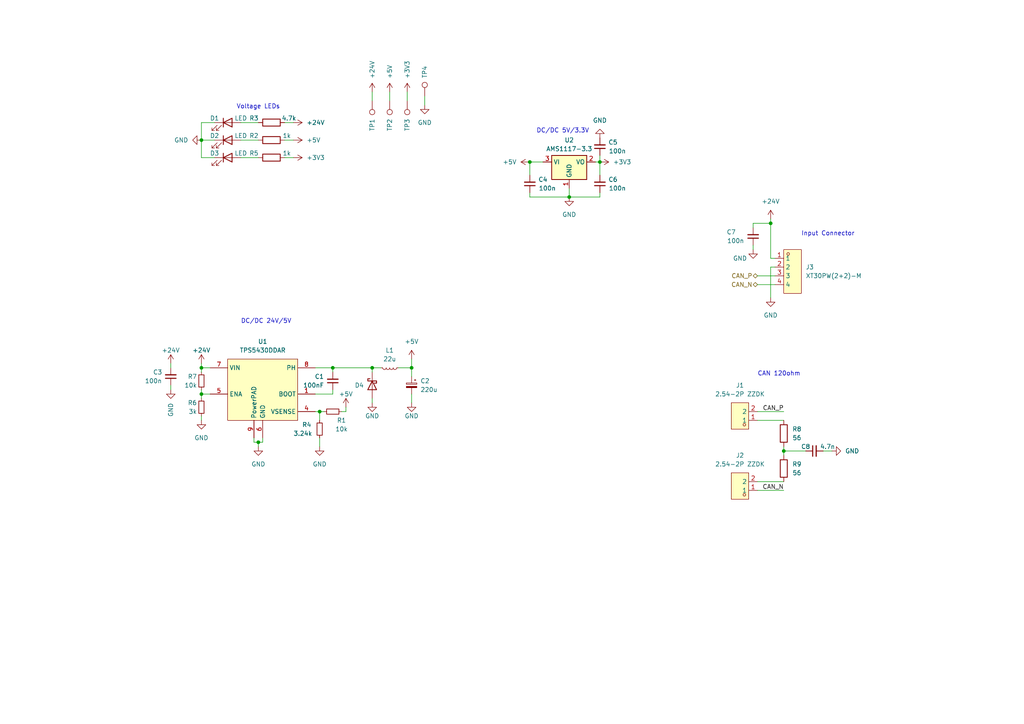
<source format=kicad_sch>
(kicad_sch (version 20231120) (generator "eeschema") (generator_version "8.0")
  (paper "A4")
  (lib_symbols
    (symbol "Connector:TestPoint" (pin_numbers hide) (pin_names (offset 0.762) hide)
      (property "Reference" "TP" (at 0 6.858 0))
      (property "Value" "TestPoint" (at 0 5.08 0))
      (symbol "TestPoint_0_1"
        (circle (center 0 3.302) (radius 0.762))
      )
      (symbol "TestPoint_1_1"
        (pin passive line (at 0 0 90) (length 2.54) (name "1") (number "1"))
      )
    )
    (symbol "Device:C_Polarized_Small" (pin_numbers hide) (pin_names (offset 0.254) hide)
      (property "Reference" "C" (at 0.254 1.778 0))
      (property "Value" "C_Polarized_Small" (at 0.254 -2.032 0))
      (symbol "C_Polarized_Small_0_1"
        (rectangle (start -1.524 -0.3048) (end 1.524 -0.6858) (fill (type outline)))
        (rectangle (start -1.524 0.6858) (end 1.524 0.3048))
        (polyline (pts (xy -1.27 1.524) (xy -0.762 1.524)))
        (polyline (pts (xy -1.016 1.27) (xy -1.016 1.778)))
      )
      (symbol "C_Polarized_Small_1_1"
        (pin passive line (at 0 2.54 270) (length 1.8542) (name "~") (number "1"))
        (pin passive line (at 0 -2.54 90) (length 1.8542) (name "~") (number "2"))
      )
    )
    (symbol "Device:C_Small" (pin_numbers hide) (pin_names (offset 0.254) hide)
      (property "Reference" "C" (at 0.254 1.778 0))
      (property "Value" "C_Small" (at 0.254 -2.032 0))
      (symbol "C_Small_0_1"
        (polyline (pts (xy -1.524 -0.508) (xy 1.524 -0.508)) (stroke (width 0.3302)))
        (polyline (pts (xy -1.524 0.508) (xy 1.524 0.508)) (stroke (width 0.3048)))
      )
      (symbol "C_Small_1_1"
        (pin passive line (at 0 2.54 270) (length 2.032) (name "~") (number "1"))
        (pin passive line (at 0 -2.54 90) (length 2.032) (name "~") (number "2"))
      )
    )
    (symbol "Device:D_Schottky" (pin_numbers hide) (pin_names (offset 1.016) hide)
      (property "Reference" "D" (at 0 2.54 0))
      (property "Value" "D_Schottky" (at 0 -2.54 0))
      (symbol "D_Schottky_0_1"
        (polyline (pts (xy 1.27 0) (xy -1.27 0)))
        (polyline (pts (xy 1.27 1.27) (xy 1.27 -1.27) (xy -1.27 0) (xy 1.27 1.27)) (stroke (width 0.254)))
        (polyline (pts (xy -1.905 0.635) (xy -1.905 1.27) (xy -1.27 1.27) (xy -1.27 -1.27) (xy -0.635 -1.27) (xy -0.635 -0.635)) (stroke (width 0.254)))
      )
      (symbol "D_Schottky_1_1"
        (pin passive line (at -3.81 0 0) (length 2.54) (name "K") (number "1"))
        (pin passive line (at 3.81 0 180) (length 2.54) (name "A") (number "2"))
      )
    )
    (symbol "Device:LED" (pin_numbers hide) (pin_names (offset 1.016) hide)
      (property "Reference" "D" (at 0 2.54 0))
      (property "Value" "LED" (at 0 -2.54 0))
      (symbol "LED_0_1"
        (polyline (pts (xy -1.27 -1.27) (xy -1.27 1.27)) (stroke (width 0.254)))
        (polyline (pts (xy -1.27 0) (xy 1.27 0)))
        (polyline (pts (xy 1.27 -1.27) (xy 1.27 1.27) (xy -1.27 0) (xy 1.27 -1.27)) (stroke (width 0.254)))
        (polyline (pts (xy -3.048 -0.762) (xy -4.572 -2.286) (xy -3.81 -2.286) (xy -4.572 -2.286) (xy -4.572 -1.524)))
        (polyline (pts (xy -1.778 -0.762) (xy -3.302 -2.286) (xy -2.54 -2.286) (xy -3.302 -2.286) (xy -3.302 -1.524)))
      )
      (symbol "LED_1_1"
        (pin passive line (at -3.81 0 0) (length 2.54) (name "K") (number "1"))
        (pin passive line (at 3.81 0 180) (length 2.54) (name "A") (number "2"))
      )
    )
    (symbol "Device:L_Small" (pin_numbers hide) (pin_names (offset 0.254) hide)
      (property "Reference" "L" (at 0.762 1.016 0))
      (property "Value" "L_Small" (at 0.762 -1.016 0))
      (symbol "L_Small_0_1"
        (arc (start 0 -2.032) (mid 0.5058 -1.524) (end 0 -1.016))
        (arc (start 0 -1.016) (mid 0.5058 -0.508) (end 0 0))
        (arc (start 0 0) (mid 0.5058 0.508) (end 0 1.016))
        (arc (start 0 1.016) (mid 0.5058 1.524) (end 0 2.032))
      )
      (symbol "L_Small_1_1"
        (pin passive line (at 0 2.54 270) (length 0.508) (name "~") (number "1"))
        (pin passive line (at 0 -2.54 90) (length 0.508) (name "~") (number "2"))
      )
    )
    (symbol "Device:R" (pin_numbers hide) (pin_names (offset 0))
      (property "Reference" "R" (at 2.032 0 90))
      (property "Value" "R" (at 0 0 90))
      (symbol "R_0_1"
        (rectangle (start -1.016 -2.54) (end 1.016 2.54) (stroke (width 0.254)))
      )
      (symbol "R_1_1"
        (pin passive line (at 0 3.81 270) (length 1.27) (name "~") (number "1"))
        (pin passive line (at 0 -3.81 90) (length 1.27) (name "~") (number "2"))
      )
    )
    (symbol "Device:R_Small" (pin_numbers hide) (pin_names (offset 0.254) hide)
      (property "Reference" "R" (at 0.762 0.508 0))
      (property "Value" "R_Small" (at 0.762 -1.016 0))
      (symbol "R_Small_0_1"
        (rectangle (start -0.762 1.778) (end 0.762 -1.778) (stroke (width 0.2032)))
      )
      (symbol "R_Small_1_1"
        (pin passive line (at 0 2.54 270) (length 0.762) (name "~") (number "1"))
        (pin passive line (at 0 -2.54 90) (length 0.762) (name "~") (number "2"))
      )
    )
    (symbol "Regulator_Linear:AMS1117-3.3"
      (property "Reference" "U" (at -3.81 3.175 0))
      (property "Value" "AMS1117-3.3" (at 0 3.175 0))
      (symbol "AMS1117-3.3_0_1"
        (rectangle (start -5.08 -5.08) (end 5.08 1.905) (stroke (width 0.254)) (fill (type background)))
      )
      (symbol "AMS1117-3.3_1_1"
        (pin power_in line (at 0 -7.62 90) (length 2.54) (name "GND") (number "1"))
        (pin power_out line (at 7.62 0 180) (length 2.54) (name "VO") (number "2"))
        (pin power_in line (at -7.62 0 0) (length 2.54) (name "VI") (number "3"))
      )
    )
    (symbol "TPS5430DDAR_1"
      (property "Reference" "U1" (at 0 13.97 0))
      (property "Value" "TPS5430DDAR" (at 0 11.43 0))
      (symbol "TPS5430DDAR_1_0_1"
        (rectangle (start -10.16 8.89) (end 10.16 -8.89) (fill (type background)))
        (pin unspecified line (at 15.24 -1.27 180) (length 5.08) (name "BOOT") (number "1"))
        (pin unspecified line (at 15.24 -6.35 180) (length 5.08) (name "VSENSE") (number "4"))
        (pin unspecified line (at -15.24 -1.27 0) (length 5.08) (name "ENA") (number "5"))
        (pin unspecified line (at 0 -13.97 90) (length 5.08) (name "GND") (number "6"))
        (pin unspecified line (at -15.24 6.35 0) (length 5.08) (name "VIN") (number "7"))
        (pin unspecified line (at 15.24 6.35 180) (length 5.08) (name "PH") (number "8"))
        (pin unspecified line (at -2.54 -13.97 90) (length 5.08) (name "PowerPAD") (number "9"))
      )
      (symbol "TPS5430DDAR_1_1_1"
        (pin no_connect line (at -8.89 -13.97 90) (length 5.08) hide (name "NC") (number "2"))
        (pin no_connect line (at -6.35 -13.97 90) (length 5.08) hide (name "NC") (number "3"))
      )
    )
    (symbol "easyeda2kicad:2.54-2PZZDK"
      (property "Reference" "U" (at 0 6.35 0))
      (property "Value" "2.54-2P ZZDK" (at 0 -6.35 0))
      (symbol "2.54-2PZZDK_0_1"
        (rectangle (start -2.54 3.81) (end 2.54 -3.81) (fill (type background)))
        (circle (center -1.27 2.54) (radius 0.38))
        (pin unspecified line (at -5.08 1.27 0) (length 2.54) (name "1") (number "1"))
        (pin unspecified line (at -5.08 -1.27 0) (length 2.54) (name "2") (number "2"))
      )
    )
    (symbol "easyeda2kicad:XT30PW(2+2)-M"
      (property "Reference" "CN" (at 0 8.89 0))
      (property "Value" "XT30PW(2+2)-M" (at 0 -8.89 0))
      (symbol "XT30PW(2+2)-M_0_1"
        (rectangle (start -2.54 6.35) (end 2.54 -6.35) (fill (type background)))
        (circle (center -1.27 5.08) (radius 0.38))
        (pin unspecified line (at -5.08 3.81 0) (length 2.54) (name "1") (number "1"))
        (pin unspecified line (at -5.08 1.27 0) (length 2.54) (name "2") (number "2"))
        (pin unspecified line (at -5.08 -1.27 0) (length 2.54) (name "3") (number "3"))
        (pin unspecified line (at -5.08 -3.81 0) (length 2.54) (name "4") (number "4"))
      )
    )
    (symbol "power:+24V" (power) (pin_names (offset 0))
      (property "Value" "+24V" (at 0 3.556 0))
      (symbol "+24V_0_1"
        (polyline (pts (xy -0.762 1.27) (xy 0 2.54)))
        (polyline (pts (xy 0 0) (xy 0 2.54)))
        (polyline (pts (xy 0 2.54) (xy 0.762 1.27)))
      )
      (symbol "+24V_1_1"
        (pin power_in line (at 0 0 90) (length 0) hide (name "+24V") (number "1"))
      )
    )
    (symbol "power:+3V3" (power) (pin_names (offset 0))
      (property "Value" "+3V3" (at 0 3.556 0))
      (symbol "+3V3_0_1"
        (polyline (pts (xy -0.762 1.27) (xy 0 2.54)))
        (polyline (pts (xy 0 0) (xy 0 2.54)))
        (polyline (pts (xy 0 2.54) (xy 0.762 1.27)))
      )
      (symbol "+3V3_1_1"
        (pin power_in line (at 0 0 90) (length 0) hide (name "+3V3") (number "1"))
      )
    )
    (symbol "power:+5V" (power) (pin_names (offset 0))
      (property "Value" "+5V" (at 0 3.556 0))
      (symbol "+5V_0_1"
        (polyline (pts (xy -0.762 1.27) (xy 0 2.54)))
        (polyline (pts (xy 0 0) (xy 0 2.54)))
        (polyline (pts (xy 0 2.54) (xy 0.762 1.27)))
      )
      (symbol "+5V_1_1"
        (pin power_in line (at 0 0 90) (length 0) hide (name "+5V") (number "1"))
      )
    )
    (symbol "power:GND" (power) (pin_names (offset 0))
      (property "Value" "GND" (at 0 -3.81 0))
      (symbol "GND_0_1"
        (polyline (pts (xy 0 0) (xy 0 -1.27) (xy 1.27 -1.27) (xy 0 -2.54) (xy -1.27 -1.27) (xy 0 -1.27)))
      )
      (symbol "GND_1_1"
        (pin power_in line (at 0 0 270) (length 0) hide (name "GND") (number "1"))
      )
    )
  )
  (junction (at 96.52 106.68))
  (junction (at 58.42 106.68))
  (junction (at 173.99 46.99))
  (junction (at 58.42 40.64))
  (junction (at 227.33 130.81))
  (junction (at 119.38 106.68))
  (junction (at 74.93 128.27))
  (junction (at 153.67 46.99))
  (junction (at 107.95 106.68))
  (junction (at 58.42 114.3))
  (junction (at 165.1 57.15))
  (junction (at 223.52 64.77))
  (junction (at 92.71 119.38))
  (wire (pts (xy 92.71 127) (xy 92.71 129.54)))
  (wire (pts (xy 223.52 63.5) (xy 223.52 64.77)))
  (wire (pts (xy 227.33 130.81) (xy 227.33 132.08)))
  (wire (pts (xy 173.99 46.99) (xy 172.72 46.99)))
  (wire (pts (xy 107.95 115.57) (xy 107.95 116.84)))
  (wire (pts (xy 119.38 104.14) (xy 119.38 106.68)))
  (wire (pts (xy 69.85 40.64) (xy 74.93 40.64)))
  (wire (pts (xy 58.42 114.3) (xy 60.96 114.3)))
  (wire (pts (xy 223.52 77.47) (xy 224.79 77.47)))
  (wire (pts (xy 69.85 45.72) (xy 74.93 45.72)))
  (wire (pts (xy 96.52 114.3) (xy 91.44 114.3)))
  (wire (pts (xy 219.71 119.38) (xy 227.33 119.38)))
  (wire (pts (xy 96.52 113.03) (xy 96.52 114.3)))
  (wire (pts (xy 69.85 35.56) (xy 74.93 35.56)))
  (wire (pts (xy 115.57 106.68) (xy 119.38 106.68)))
  (wire (pts (xy 107.95 106.68) (xy 110.49 106.68)))
  (wire (pts (xy 219.71 82.55) (xy 224.79 82.55)))
  (wire (pts (xy 153.67 57.15) (xy 165.1 57.15)))
  (wire (pts (xy 92.71 119.38) (xy 93.98 119.38)))
  (wire (pts (xy 223.52 74.93) (xy 224.79 74.93)))
  (wire (pts (xy 223.52 64.77) (xy 223.52 74.93)))
  (wire (pts (xy 49.53 111.76) (xy 49.53 113.03)))
  (wire (pts (xy 92.71 119.38) (xy 91.44 119.38)))
  (wire (pts (xy 58.42 113.03) (xy 58.42 114.3)))
  (wire (pts (xy 165.1 57.15) (xy 173.99 57.15)))
  (wire (pts (xy 123.19 27.94) (xy 123.19 30.48)))
  (wire (pts (xy 100.33 119.38) (xy 99.06 119.38)))
  (wire (pts (xy 218.44 66.04) (xy 218.44 64.77)))
  (wire (pts (xy 219.71 121.92) (xy 227.33 121.92)))
  (wire (pts (xy 219.71 142.24) (xy 227.33 142.24)))
  (wire (pts (xy 107.95 26.67) (xy 107.95 29.21)))
  (wire (pts (xy 107.95 107.95) (xy 107.95 106.68)))
  (wire (pts (xy 73.66 127) (xy 73.66 128.27)))
  (wire (pts (xy 74.93 128.27) (xy 74.93 129.54)))
  (wire (pts (xy 165.1 54.61) (xy 165.1 57.15)))
  (wire (pts (xy 218.44 64.77) (xy 223.52 64.77)))
  (wire (pts (xy 153.67 46.99) (xy 157.48 46.99)))
  (wire (pts (xy 223.52 86.36) (xy 223.52 77.47)))
  (wire (pts (xy 58.42 120.65) (xy 58.42 121.92)))
  (wire (pts (xy 96.52 106.68) (xy 96.52 107.95)))
  (wire (pts (xy 85.09 40.64) (xy 82.55 40.64)))
  (wire (pts (xy 92.71 119.38) (xy 92.71 121.92)))
  (wire (pts (xy 58.42 107.95) (xy 58.42 106.68)))
  (wire (pts (xy 173.99 45.085) (xy 173.99 46.99)))
  (wire (pts (xy 76.2 128.27) (xy 76.2 127)))
  (wire (pts (xy 219.71 80.01) (xy 224.79 80.01)))
  (wire (pts (xy 82.55 45.72) (xy 85.09 45.72)))
  (wire (pts (xy 173.99 57.15) (xy 173.99 55.88)))
  (wire (pts (xy 73.66 128.27) (xy 74.93 128.27)))
  (wire (pts (xy 113.03 26.67) (xy 113.03 29.21)))
  (wire (pts (xy 58.42 106.68) (xy 60.96 106.68)))
  (wire (pts (xy 119.38 114.3) (xy 119.38 116.84)))
  (wire (pts (xy 91.44 106.68) (xy 96.52 106.68)))
  (wire (pts (xy 219.71 139.7) (xy 227.33 139.7)))
  (wire (pts (xy 58.42 45.72) (xy 62.23 45.72)))
  (wire (pts (xy 58.42 114.3) (xy 58.42 115.57)))
  (wire (pts (xy 227.33 130.81) (xy 233.68 130.81)))
  (wire (pts (xy 119.38 109.22) (xy 119.38 106.68)))
  (wire (pts (xy 58.42 40.64) (xy 58.42 45.72)))
  (wire (pts (xy 153.67 46.99) (xy 153.67 50.8)))
  (wire (pts (xy 153.67 55.88) (xy 153.67 57.15)))
  (wire (pts (xy 218.44 71.12) (xy 218.44 72.39)))
  (wire (pts (xy 58.42 35.56) (xy 58.42 40.64)))
  (wire (pts (xy 49.53 105.41) (xy 49.53 106.68)))
  (wire (pts (xy 96.52 106.68) (xy 107.95 106.68)))
  (wire (pts (xy 85.09 35.56) (xy 82.55 35.56)))
  (wire (pts (xy 58.42 106.68) (xy 58.42 105.41)))
  (wire (pts (xy 238.76 130.81) (xy 241.3 130.81)))
  (wire (pts (xy 118.11 26.67) (xy 118.11 29.21)))
  (wire (pts (xy 227.33 129.54) (xy 227.33 130.81)))
  (wire (pts (xy 74.93 128.27) (xy 76.2 128.27)))
  (wire (pts (xy 173.99 50.8) (xy 173.99 46.99)))
  (wire (pts (xy 58.42 40.64) (xy 62.23 40.64)))
  (wire (pts (xy 62.23 35.56) (xy 58.42 35.56)))
  (wire (pts (xy 100.33 118.11) (xy 100.33 119.38)))
  (text "Input Connector" (at 232.41 68.58 0) (effects (font (size 1.27 1.27)) (justify left bottom)))
  (text "DC/DC 5V/3.3V" (at 155.575 38.735 0) (effects (font (size 1.27 1.27)) (justify left bottom)))
  (text "DC/DC 24V/5V" (at 69.85 93.98 0) (effects (font (size 1.27 1.27)) (justify left bottom)))
  (text "CAN 120ohm" (at 219.71 109.22 0) (effects (font (size 1.27 1.27)) (justify left bottom)))
  (text "Voltage LEDs" (at 68.58 31.75 0) (effects (font (size 1.27 1.27)) (justify left bottom)))
  (label "CAN_P" (at 227.33 119.38 180))
  (label "CAN_N" (at 227.33 142.24 180))
  (hierarchical_label "CAN_P" (shape bidirectional) (at 219.71 80.01 180))
  (hierarchical_label "CAN_N" (shape bidirectional) (at 219.71 82.55 180))
  (symbol (lib_name "TPS5430DDAR_1") (lib_id "easyeda2kicad:TPS5430DDAR") (at 76.2 113.03 0) (unit 1)
    (property "Reference" "U1" (at 76.2 99.06 0))
    (property "Value" "TPS5430DDAR" (at 76.2 101.6 0))
    (property "Footprint" "easyeda2kicad:ESOP-8_L4.9-W3.9-P1.27-LS6.0-TL-EP" (effects (hide yes)))
    (property "Datasheet" "https://lcsc.com/product-detail/DC-DC-Converters_TI_TPS5430DDAR_TPS5430DDAR_C9864.html" (effects (hide yes)))
    (property "LCSC Part" "C9864" (effects (hide yes)))
  )
  (symbol (lib_id "Device:R_Small") (at 58.42 110.49 180) (unit 1)
    (property "Reference" "R7" (at 57.15 109.22 0) (effects (justify left)))
    (property "Value" "10k" (at 57.15 111.76 0) (effects (justify left)))
    (property "Footprint" "Resistor_SMD:R_0402_1005Metric" (effects (hide yes)))
  )
  (symbol (lib_id "power:GND") (at 58.42 40.64 270) (unit 1)
    (property "Reference" "#PWR06" (effects (hide yes)))
    (property "Value" "GND" (at 54.61 40.64 90) (effects (justify right)))
  )
  (symbol (lib_id "Device:C_Small") (at 49.53 109.22 180) (unit 1)
    (property "Reference" "C3" (at 45.72 107.95 0))
    (property "Value" "100n" (at 46.99 110.49 0) (effects (justify left)))
    (property "Footprint" "Capacitor_SMD:C_0402_1005Metric" (effects (hide yes)))
  )
  (symbol (lib_id "power:GND") (at 58.42 121.92 0) (unit 1)
    (property "Reference" "#PWR012" (effects (hide yes)))
    (property "Value" "GND" (at 58.42 127 0))
  )
  (symbol (lib_id "Device:D_Schottky") (at 107.95 111.76 90) (mirror x) (unit 1)
    (property "Reference" "D4" (at 102.87 111.76 90) (effects (justify right)))
    (property "Value" "D_Schottky" (effects (hide yes)))
    (property "Footprint" "Diode_SMD:D_SMA" (effects (hide yes)))
  )
  (symbol (lib_id "Connector:TestPoint") (at 107.95 29.21 180) (unit 1)
    (property "Reference" "TP1" (at 107.95 38.1 90) (effects (justify right)))
    (property "Value" "TestPoint" (effects (hide yes)))
    (property "Footprint" "Selfmade Stuff:TestPoint_Pad_D0.7mm_NoSilk" (effects (hide yes)))
  )
  (symbol (lib_id "Device:R_Small") (at 92.71 124.46 0) (unit 1)
    (property "Reference" "R4" (at 87.63 123.19 0) (effects (justify left)))
    (property "Value" "3.24k" (at 85.09 125.73 0) (effects (justify left)))
    (property "Footprint" "Resistor_SMD:R_0402_1005Metric" (effects (hide yes)))
  )
  (symbol (lib_id "Device:LED") (at 66.04 45.72 0) (unit 1)
    (property "Reference" "D3" (at 62.23 44.45 0))
    (property "Value" "LED" (at 69.85 44.45 0))
    (property "Footprint" "LED_SMD:LED_0402_1005Metric" (effects (hide yes)))
  )
  (symbol (lib_id "power:GND") (at 74.93 129.54 0) (unit 1)
    (property "Reference" "#PWR011" (effects (hide yes)))
    (property "Value" "GND" (at 74.93 134.62 0))
  )
  (symbol (lib_id "Connector:TestPoint") (at 113.03 29.21 180) (unit 1)
    (property "Reference" "TP2" (at 113.03 38.1 90) (effects (justify right)))
    (property "Value" "TestPoint" (effects (hide yes)))
    (property "Footprint" "Selfmade Stuff:TestPoint_Pad_D0.7mm_NoSilk" (effects (hide yes)))
  )
  (symbol (lib_id "power:GND") (at 92.71 129.54 0) (unit 1)
    (property "Reference" "#PWR07" (effects (hide yes)))
    (property "Value" "GND" (at 92.71 134.62 0))
  )
  (symbol (lib_id "Device:R") (at 227.33 125.73 0) (unit 1)
    (property "Reference" "R8" (at 231.14 124.46 0))
    (property "Value" "56" (at 231.14 127 0))
    (property "Footprint" "Resistor_SMD:R_0805_2012Metric" (effects (hide yes)))
    (instances (project "BedMCU" (path "" (reference "R8") (unit 1))) (project "RP2040_minimal" (path "" (reference "R1") (unit 1))))
  )
  (symbol (lib_id "easyeda2kicad:2.54-2PZZDK") (at 214.63 140.97 180) (unit 1)
    (property "Reference" "J2" (at 214.63 132.08 0))
    (property "Value" "2.54-2P ZZDK" (at 214.63 134.62 0))
    (property "Footprint" "Connector_PinHeader_2.54mm:PinHeader_1x02_P2.54mm_Vertical" (effects (hide yes)))
    (property "LCSC Part" "C18185649" (effects (hide yes)))
  )
  (symbol (lib_id "Device:R_Small") (at 58.42 118.11 0) (mirror y) (unit 1)
    (property "Reference" "R6" (at 57.15 116.84 0) (effects (justify left)))
    (property "Value" "3k" (at 57.15 119.38 0) (effects (justify left)))
    (property "Footprint" "Resistor_SMD:R_0402_1005Metric" (effects (hide yes)))
  )
  (symbol (lib_id "power:+3V3") (at 118.11 26.67 0) (unit 1)
    (property "Reference" "#PWR0130" (effects (hide yes)))
    (property "Value" "+3V3" (at 118.11 22.86 90) (effects (justify left)))
  )
  (symbol (lib_id "Connector:TestPoint") (at 118.11 29.21 180) (unit 1)
    (property "Reference" "TP3" (at 118.11 38.1 90) (effects (justify right)))
    (property "Value" "TestPoint" (effects (hide yes)))
    (property "Footprint" "Selfmade Stuff:TestPoint_Pad_D0.7mm_NoSilk" (effects (hide yes)))
  )
  (symbol (lib_id "power:GND") (at 107.95 116.84 0) (mirror y) (unit 1)
    (property "Reference" "#PWR014" (effects (hide yes)))
    (property "Value" "GND" (at 107.95 120.65 0))
  )
  (symbol (lib_id "power:+24V") (at 49.53 105.41 0) (unit 1)
    (property "Reference" "#PWR017" (effects (hide yes)))
    (property "Value" "+24V" (at 49.53 101.6 0))
  )
  (symbol (lib_id "power:+5V") (at 100.33 118.11 0) (unit 1)
    (property "Reference" "#PWR05" (effects (hide yes)))
    (property "Value" "+5V" (at 100.33 114.3 0))
  )
  (symbol (lib_id "Regulator_Linear:AMS1117-3.3") (at 165.1 46.99 0) (unit 1)
    (property "Reference" "U2" (at 165.1 40.64 0))
    (property "Value" "AMS1117-3.3" (at 165.1 43.18 0))
    (property "Footprint" "Package_TO_SOT_SMD:SOT-223-3_TabPin2" (effects (hide yes)))
    (property "Datasheet" "http://www.advanced-monolithic.com/pdf/ds1117.pdf" (effects (hide yes)))
  )
  (symbol (lib_id "power:+24V") (at 223.52 63.5 0) (unit 1)
    (property "Reference" "#PWR024" (effects (hide yes)))
    (property "Value" "+24V" (at 223.52 58.42 0))
  )
  (symbol (lib_id "Device:C_Small") (at 173.99 53.34 180) (unit 1)
    (property "Reference" "C6" (at 177.8 52.07 0))
    (property "Value" "100n" (at 179.07 54.61 0))
    (property "Footprint" "Capacitor_SMD:C_0402_1005Metric" (effects (hide yes)))
  )
  (symbol (lib_id "Device:R") (at 78.74 45.72 90) (unit 1)
    (property "Reference" "R5" (at 73.66 44.45 90))
    (property "Value" "1k" (at 83.185 44.45 90))
    (property "Footprint" "Resistor_SMD:R_0402_1005Metric" (effects (hide yes)))
    (instances (project "BedMCU" (path "" (reference "R5") (unit 1))) (project "RP2040_minimal" (path "" (reference "R4") (unit 1))))
  )
  (symbol (lib_id "Device:C_Polarized_Small") (at 119.38 111.76 0) (mirror y) (unit 1)
    (property "Reference" "C2" (at 121.92 110.49 0) (effects (justify right)))
    (property "Value" "220u" (at 121.92 113.03 0) (effects (justify right)))
    (property "Footprint" "Capacitor_SMD:CP_Elec_6.3x5.8" (effects (hide yes)))
  )
  (symbol (lib_id "power:+3V3") (at 85.09 45.72 270) (unit 1)
    (property "Reference" "#PWR010" (effects (hide yes)))
    (property "Value" "+3V3" (at 88.9 45.72 90) (effects (justify left)))
  )
  (symbol (lib_id "power:GND") (at 173.99 40.005 180) (unit 1)
    (property "Reference" "#PWR021" (effects (hide yes)))
    (property "Value" "GND" (at 173.99 34.925 0))
  )
  (symbol (lib_id "Device:LED") (at 66.04 35.56 0) (unit 1)
    (property "Reference" "D1" (at 62.23 34.29 0))
    (property "Value" "LED" (at 69.85 34.29 0))
    (property "Footprint" "LED_SMD:LED_0402_1005Metric" (effects (hide yes)))
  )
  (symbol (lib_id "Device:C_Small") (at 218.44 68.58 0) (mirror x) (unit 1)
    (property "Reference" "C7" (at 212.09 67.31 0))
    (property "Value" "100n" (at 213.36 69.85 0))
    (property "Footprint" "Capacitor_SMD:C_0402_1005Metric" (effects (hide yes)))
  )
  (symbol (lib_id "Device:LED") (at 66.04 40.64 0) (unit 1)
    (property "Reference" "D2" (at 62.23 39.37 0))
    (property "Value" "LED" (at 69.85 39.37 0))
    (property "Footprint" "LED_SMD:LED_0402_1005Metric" (effects (hide yes)))
  )
  (symbol (lib_id "Device:R") (at 78.74 40.64 90) (unit 1)
    (property "Reference" "R2" (at 73.66 39.37 90))
    (property "Value" "1k" (at 83.185 39.37 90))
    (property "Footprint" "Resistor_SMD:R_0402_1005Metric" (effects (hide yes)))
    (instances (project "BedMCU" (path "" (reference "R2") (unit 1))) (project "RP2040_minimal" (path "" (reference "R4") (unit 1))))
  )
  (symbol (lib_id "power:+24V") (at 85.09 35.56 270) (unit 1)
    (property "Reference" "#PWR08" (effects (hide yes)))
    (property "Value" "+24V" (at 88.9 35.56 90) (effects (justify left)))
  )
  (symbol (lib_id "power:GND") (at 119.38 116.84 0) (mirror y) (unit 1)
    (property "Reference" "#PWR015" (effects (hide yes)))
    (property "Value" "GND" (at 119.38 120.65 0))
  )
  (symbol (lib_id "Device:C_Small") (at 173.99 42.545 180) (unit 1)
    (property "Reference" "C5" (at 177.8 41.275 0))
    (property "Value" "100n" (at 179.07 43.815 0))
    (property "Footprint" "Capacitor_SMD:C_0402_1005Metric" (effects (hide yes)))
  )
  (symbol (lib_id "easyeda2kicad:2.54-2PZZDK") (at 214.63 120.65 180) (unit 1)
    (property "Reference" "J1" (at 214.63 111.76 0))
    (property "Value" "2.54-2P ZZDK" (at 214.63 114.3 0))
    (property "Footprint" "Connector_PinHeader_2.54mm:PinHeader_1x02_P2.54mm_Vertical" (effects (hide yes)))
    (property "LCSC Part" "C18185649" (effects (hide yes)))
  )
  (symbol (lib_id "power:+5V") (at 85.09 40.64 270) (unit 1)
    (property "Reference" "#PWR09" (effects (hide yes)))
    (property "Value" "+5V" (at 88.9 40.64 90) (effects (justify left)))
  )
  (symbol (lib_id "power:GND") (at 165.1 57.15 0) (unit 1)
    (property "Reference" "#PWR020" (effects (hide yes)))
    (property "Value" "GND" (at 165.1 62.23 0))
  )
  (symbol (lib_id "Device:C_Small") (at 236.22 130.81 90) (unit 1)
    (property "Reference" "C8" (at 233.68 129.54 90))
    (property "Value" "4.7n" (at 240.03 129.54 90))
    (property "Footprint" "Capacitor_SMD:C_0402_1005Metric" (effects (hide yes)))
  )
  (symbol (lib_id "power:+24V") (at 58.42 105.41 0) (unit 1)
    (property "Reference" "#PWR013" (effects (hide yes)))
    (property "Value" "+24V" (at 58.42 101.6 0))
  )
  (symbol (lib_id "easyeda2kicad:XT30PW(2+2)-M") (at 229.87 78.74 0) (unit 1)
    (property "Reference" "J3" (at 233.68 77.47 0) (effects (justify left)))
    (property "Value" "XT30PW(2+2)-M" (at 233.68 80.01 0) (effects (justify left)))
    (property "Footprint" "easyeda2kicad:CONN-TH_4P-XT30PW-M" (effects (hide yes)))
    (property "LCSC Part" "C9900018404" (effects (hide yes)))
  )
  (symbol (lib_id "power:GND") (at 223.52 86.36 0) (unit 1)
    (property "Reference" "#PWR023" (effects (hide yes)))
    (property "Value" "GND" (at 223.52 91.44 0))
  )
  (symbol (lib_id "power:GND") (at 218.44 72.39 0) (unit 1)
    (property "Reference" "#PWR0139" (effects (hide yes)))
    (property "Value" "GND" (at 214.63 74.93 0))
  )
  (symbol (lib_id "power:+5V") (at 153.67 46.99 90) (unit 1)
    (property "Reference" "#PWR019" (effects (hide yes)))
    (property "Value" "+5V" (at 149.86 46.99 90) (effects (justify left)))
  )
  (symbol (lib_id "power:GND") (at 241.3 130.81 90) (unit 1)
    (property "Reference" "#PWR025" (effects (hide yes)))
    (property "Value" "GND" (at 245.11 130.81 90) (effects (justify right)))
  )
  (symbol (lib_id "Device:R") (at 227.33 135.89 0) (unit 1)
    (property "Reference" "R9" (at 231.14 134.62 0))
    (property "Value" "56" (at 231.14 137.16 0))
    (property "Footprint" "Resistor_SMD:R_0805_2012Metric" (effects (hide yes)))
    (instances (project "BedMCU" (path "" (reference "R9") (unit 1))) (project "RP2040_minimal" (path "" (reference "R1") (unit 1))))
  )
  (symbol (lib_id "Device:L_Small") (at 113.03 106.68 90) (mirror x) (unit 1)
    (property "Reference" "L1" (at 113.03 101.6 90))
    (property "Value" "22u" (at 113.03 104.14 90))
    (property "Footprint" "Inductor_SMD:L_Sunlord_SWPA6028S" (effects (hide yes)))
  )
  (symbol (lib_id "power:GND") (at 49.53 113.03 0) (unit 1)
    (property "Reference" "#PWR018" (effects (hide yes)))
    (property "Value" "GND" (at 49.53 116.84 90) (effects (justify right)))
  )
  (symbol (lib_id "Device:R_Small") (at 96.52 119.38 270) (mirror x) (unit 1)
    (property "Reference" "R1" (at 99.06 121.92 90))
    (property "Value" "10k" (at 99.06 124.46 90))
    (property "Footprint" "Resistor_SMD:R_0402_1005Metric" (effects (hide yes)))
  )
  (symbol (lib_id "power:GND") (at 123.19 30.48 0) (unit 1)
    (property "Reference" "#PWR0131" (effects (hide yes)))
    (property "Value" "GND" (at 123.19 35.56 0))
  )
  (symbol (lib_id "power:+5V") (at 113.03 26.67 0) (unit 1)
    (property "Reference" "#PWR0129" (effects (hide yes)))
    (property "Value" "+5V" (at 113.03 22.86 90) (effects (justify left)))
  )
  (symbol (lib_id "Device:C_Small") (at 96.52 110.49 0) (mirror x) (unit 1)
    (property "Reference" "C1" (at 93.98 109.2136 0) (effects (justify right)))
    (property "Value" "100nF" (at 93.98 111.7536 0) (effects (justify right)))
    (property "Footprint" "Capacitor_SMD:C_0402_1005Metric" (effects (hide yes)))
  )
  (symbol (lib_id "power:+5V") (at 119.38 104.14 0) (mirror y) (unit 1)
    (property "Reference" "#PWR016" (effects (hide yes)))
    (property "Value" "+5V" (at 119.38 99.06 0))
  )
  (symbol (lib_id "Device:R") (at 78.74 35.56 90) (unit 1)
    (property "Reference" "R3" (at 73.66 34.29 90))
    (property "Value" "4.7k" (at 83.82 34.29 90))
    (property "Footprint" "Resistor_SMD:R_0402_1005Metric" (effects (hide yes)))
    (instances (project "BedMCU" (path "" (reference "R3") (unit 1))) (project "RP2040_minimal" (path "" (reference "R4") (unit 1))))
  )
  (symbol (lib_id "power:+24V") (at 107.95 26.67 0) (unit 1)
    (property "Reference" "#PWR0128" (effects (hide yes)))
    (property "Value" "+24V" (at 107.95 22.86 90) (effects (justify left)))
  )
  (symbol (lib_id "power:+3V3") (at 173.99 46.99 270) (unit 1)
    (property "Reference" "#PWR022" (effects (hide yes)))
    (property "Value" "+3V3" (at 177.8 46.99 90) (effects (justify left)))
  )
  (symbol (lib_id "Connector:TestPoint") (at 123.19 27.94 0) (unit 1)
    (property "Reference" "TP4" (at 123.19 19.05 90) (effects (justify right)))
    (property "Value" "TestPoint" (effects (hide yes)))
    (property "Footprint" "Selfmade Stuff:TestPoint_Pad_D0.7mm_NoSilk" (effects (hide yes)))
  )
  (symbol (lib_id "Device:C_Small") (at 153.67 53.34 180) (unit 1)
    (property "Reference" "C4" (at 157.48 52.07 0))
    (property "Value" "100n" (at 158.75 54.61 0))
    (property "Footprint" "Capacitor_SMD:C_0402_1005Metric" (effects (hide yes)))
  )
)
</source>
